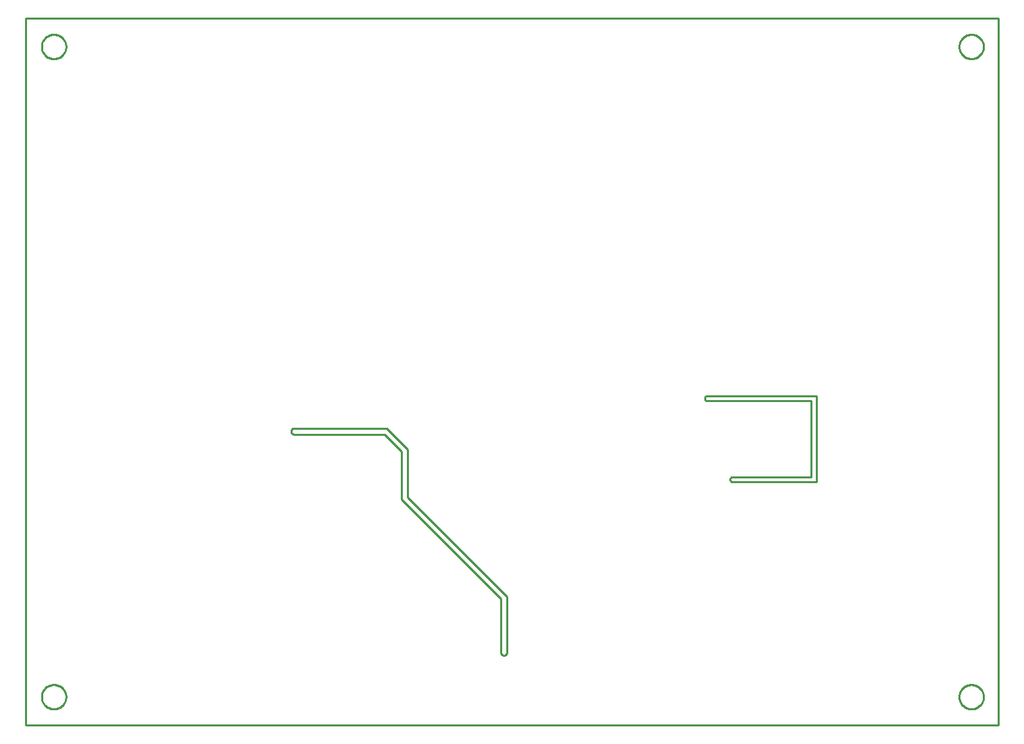
<source format=gbr>
G04 EAGLE Gerber RS-274X export*
G75*
%MOMM*%
%FSLAX34Y34*%
%LPD*%
%IN*%
%IPPOS*%
%AMOC8*
5,1,8,0,0,1.08239X$1,22.5*%
G01*
%ADD10C,0.254000*%


D10*
X0Y0D02*
X1219000Y0D01*
X1219000Y885700D01*
X0Y885700D01*
X0Y0D01*
X850900Y409575D02*
X850912Y409298D01*
X850948Y409024D01*
X851008Y408753D01*
X851091Y408489D01*
X851197Y408233D01*
X851325Y407988D01*
X851474Y407754D01*
X851643Y407534D01*
X851830Y407330D01*
X852034Y407143D01*
X852254Y406974D01*
X852488Y406825D01*
X852733Y406697D01*
X852989Y406591D01*
X853253Y406508D01*
X853524Y406448D01*
X853798Y406412D01*
X854075Y406400D01*
X984250Y406400D01*
X984250Y311150D01*
X885825Y311150D01*
X885548Y311138D01*
X885274Y311102D01*
X885003Y311042D01*
X884739Y310959D01*
X884483Y310853D01*
X884238Y310725D01*
X884004Y310576D01*
X883784Y310407D01*
X883580Y310220D01*
X883393Y310016D01*
X883224Y309796D01*
X883075Y309563D01*
X882947Y309317D01*
X882841Y309061D01*
X882758Y308797D01*
X882698Y308526D01*
X882662Y308252D01*
X882650Y307975D01*
X882662Y307698D01*
X882698Y307424D01*
X882758Y307153D01*
X882841Y306889D01*
X882947Y306633D01*
X883075Y306388D01*
X883224Y306154D01*
X883393Y305934D01*
X883580Y305730D01*
X883784Y305543D01*
X884004Y305374D01*
X884238Y305225D01*
X884483Y305097D01*
X884739Y304991D01*
X885003Y304908D01*
X885274Y304848D01*
X885548Y304812D01*
X885825Y304800D01*
X990600Y304800D01*
X990600Y412750D01*
X854075Y412750D01*
X853798Y412738D01*
X853524Y412702D01*
X853253Y412642D01*
X852989Y412559D01*
X852733Y412453D01*
X852488Y412325D01*
X852254Y412176D01*
X852034Y412007D01*
X851830Y411820D01*
X851643Y411616D01*
X851474Y411396D01*
X851325Y411163D01*
X851197Y410917D01*
X851091Y410661D01*
X851008Y410397D01*
X850948Y410126D01*
X850912Y409852D01*
X850900Y409575D01*
X332740Y368300D02*
X332755Y367968D01*
X332798Y367638D01*
X332870Y367314D01*
X332970Y366997D01*
X333097Y366690D01*
X333250Y366395D01*
X333429Y366115D01*
X333631Y365851D01*
X333856Y365606D01*
X334101Y365381D01*
X334365Y365179D01*
X334645Y365000D01*
X334940Y364847D01*
X335247Y364720D01*
X335564Y364620D01*
X335888Y364548D01*
X336218Y364505D01*
X336550Y364490D01*
X449580Y364490D01*
X471170Y342900D01*
X471170Y283210D01*
X595630Y158750D01*
X595630Y91440D01*
X595645Y91108D01*
X595688Y90778D01*
X595760Y90454D01*
X595860Y90137D01*
X595987Y89830D01*
X596140Y89535D01*
X596319Y89255D01*
X596521Y88991D01*
X596746Y88746D01*
X596991Y88521D01*
X597255Y88319D01*
X597535Y88140D01*
X597830Y87987D01*
X598137Y87860D01*
X598454Y87760D01*
X598778Y87688D01*
X599108Y87645D01*
X599440Y87630D01*
X599772Y87645D01*
X600102Y87688D01*
X600426Y87760D01*
X600743Y87860D01*
X601050Y87987D01*
X601345Y88140D01*
X601625Y88319D01*
X601889Y88521D01*
X602134Y88746D01*
X602359Y88991D01*
X602561Y89255D01*
X602740Y89535D01*
X602893Y89830D01*
X603020Y90137D01*
X603120Y90454D01*
X603192Y90778D01*
X603236Y91108D01*
X603250Y91440D01*
X603250Y161290D01*
X478790Y285750D01*
X478790Y345440D01*
X452120Y372110D01*
X336550Y372110D01*
X336218Y372096D01*
X335888Y372052D01*
X335564Y371980D01*
X335247Y371880D01*
X334940Y371753D01*
X334645Y371600D01*
X334365Y371421D01*
X334101Y371219D01*
X333856Y370994D01*
X333631Y370749D01*
X333429Y370485D01*
X333250Y370205D01*
X333097Y369910D01*
X332970Y369603D01*
X332870Y369286D01*
X332798Y368962D01*
X332755Y368632D01*
X332740Y368300D01*
X50813Y849720D02*
X50813Y850810D01*
X50736Y851897D01*
X50580Y852975D01*
X50349Y854040D01*
X50042Y855085D01*
X49661Y856106D01*
X49209Y857097D01*
X48686Y858053D01*
X48097Y858970D01*
X47444Y859842D01*
X46731Y860665D01*
X45960Y861436D01*
X45137Y862149D01*
X44265Y862802D01*
X43348Y863391D01*
X42392Y863914D01*
X41401Y864366D01*
X40380Y864747D01*
X39335Y865054D01*
X38270Y865285D01*
X37192Y865441D01*
X36105Y865518D01*
X35015Y865518D01*
X33928Y865441D01*
X32850Y865285D01*
X31785Y865054D01*
X30740Y864747D01*
X29719Y864366D01*
X28728Y863914D01*
X27772Y863391D01*
X26855Y862802D01*
X25983Y862149D01*
X25160Y861436D01*
X24389Y860665D01*
X23676Y859842D01*
X23023Y858970D01*
X22434Y858053D01*
X21912Y857097D01*
X21459Y856106D01*
X21078Y855085D01*
X20771Y854040D01*
X20540Y852975D01*
X20385Y851897D01*
X20307Y850810D01*
X20307Y849720D01*
X20385Y848633D01*
X20540Y847555D01*
X20771Y846490D01*
X21078Y845445D01*
X21459Y844424D01*
X21912Y843433D01*
X22434Y842477D01*
X23023Y841560D01*
X23676Y840688D01*
X24389Y839865D01*
X25160Y839094D01*
X25983Y838381D01*
X26855Y837728D01*
X27772Y837139D01*
X28728Y836617D01*
X29719Y836164D01*
X30740Y835783D01*
X31785Y835476D01*
X32850Y835245D01*
X33928Y835090D01*
X35015Y835012D01*
X36105Y835012D01*
X37192Y835090D01*
X38270Y835245D01*
X39335Y835476D01*
X40380Y835783D01*
X41401Y836164D01*
X42392Y836617D01*
X43348Y837139D01*
X44265Y837728D01*
X45137Y838381D01*
X45960Y839094D01*
X46731Y839865D01*
X47444Y840688D01*
X48097Y841560D01*
X48686Y842477D01*
X49209Y843433D01*
X49661Y844424D01*
X50042Y845445D01*
X50349Y846490D01*
X50580Y847555D01*
X50736Y848633D01*
X50813Y849720D01*
X50813Y35015D02*
X50813Y36105D01*
X50736Y37192D01*
X50580Y38270D01*
X50349Y39335D01*
X50042Y40380D01*
X49661Y41401D01*
X49209Y42392D01*
X48686Y43348D01*
X48097Y44265D01*
X47444Y45137D01*
X46731Y45960D01*
X45960Y46731D01*
X45137Y47444D01*
X44265Y48097D01*
X43348Y48686D01*
X42392Y49209D01*
X41401Y49661D01*
X40380Y50042D01*
X39335Y50349D01*
X38270Y50580D01*
X37192Y50736D01*
X36105Y50813D01*
X35015Y50813D01*
X33928Y50736D01*
X32850Y50580D01*
X31785Y50349D01*
X30740Y50042D01*
X29719Y49661D01*
X28728Y49209D01*
X27772Y48686D01*
X26855Y48097D01*
X25983Y47444D01*
X25160Y46731D01*
X24389Y45960D01*
X23676Y45137D01*
X23023Y44265D01*
X22434Y43348D01*
X21912Y42392D01*
X21459Y41401D01*
X21078Y40380D01*
X20771Y39335D01*
X20540Y38270D01*
X20385Y37192D01*
X20307Y36105D01*
X20307Y35015D01*
X20385Y33928D01*
X20540Y32850D01*
X20771Y31785D01*
X21078Y30740D01*
X21459Y29719D01*
X21912Y28728D01*
X22434Y27772D01*
X23023Y26855D01*
X23676Y25983D01*
X24389Y25160D01*
X25160Y24389D01*
X25983Y23676D01*
X26855Y23023D01*
X27772Y22434D01*
X28728Y21912D01*
X29719Y21459D01*
X30740Y21078D01*
X31785Y20771D01*
X32850Y20540D01*
X33928Y20385D01*
X35015Y20307D01*
X36105Y20307D01*
X37192Y20385D01*
X38270Y20540D01*
X39335Y20771D01*
X40380Y21078D01*
X41401Y21459D01*
X42392Y21912D01*
X43348Y22434D01*
X44265Y23023D01*
X45137Y23676D01*
X45960Y24389D01*
X46731Y25160D01*
X47444Y25983D01*
X48097Y26855D01*
X48686Y27772D01*
X49209Y28728D01*
X49661Y29719D01*
X50042Y30740D01*
X50349Y31785D01*
X50580Y32850D01*
X50736Y33928D01*
X50813Y35015D01*
X1200163Y35015D02*
X1200163Y36105D01*
X1200086Y37192D01*
X1199930Y38270D01*
X1199699Y39335D01*
X1199392Y40380D01*
X1199011Y41401D01*
X1198559Y42392D01*
X1198036Y43348D01*
X1197447Y44265D01*
X1196794Y45137D01*
X1196081Y45960D01*
X1195310Y46731D01*
X1194487Y47444D01*
X1193615Y48097D01*
X1192698Y48686D01*
X1191742Y49209D01*
X1190751Y49661D01*
X1189730Y50042D01*
X1188685Y50349D01*
X1187620Y50580D01*
X1186542Y50736D01*
X1185455Y50813D01*
X1184365Y50813D01*
X1183278Y50736D01*
X1182200Y50580D01*
X1181135Y50349D01*
X1180090Y50042D01*
X1179069Y49661D01*
X1178078Y49209D01*
X1177122Y48686D01*
X1176205Y48097D01*
X1175333Y47444D01*
X1174510Y46731D01*
X1173739Y45960D01*
X1173026Y45137D01*
X1172373Y44265D01*
X1171784Y43348D01*
X1171262Y42392D01*
X1170809Y41401D01*
X1170428Y40380D01*
X1170121Y39335D01*
X1169890Y38270D01*
X1169735Y37192D01*
X1169657Y36105D01*
X1169657Y35015D01*
X1169735Y33928D01*
X1169890Y32850D01*
X1170121Y31785D01*
X1170428Y30740D01*
X1170809Y29719D01*
X1171262Y28728D01*
X1171784Y27772D01*
X1172373Y26855D01*
X1173026Y25983D01*
X1173739Y25160D01*
X1174510Y24389D01*
X1175333Y23676D01*
X1176205Y23023D01*
X1177122Y22434D01*
X1178078Y21912D01*
X1179069Y21459D01*
X1180090Y21078D01*
X1181135Y20771D01*
X1182200Y20540D01*
X1183278Y20385D01*
X1184365Y20307D01*
X1185455Y20307D01*
X1186542Y20385D01*
X1187620Y20540D01*
X1188685Y20771D01*
X1189730Y21078D01*
X1190751Y21459D01*
X1191742Y21912D01*
X1192698Y22434D01*
X1193615Y23023D01*
X1194487Y23676D01*
X1195310Y24389D01*
X1196081Y25160D01*
X1196794Y25983D01*
X1197447Y26855D01*
X1198036Y27772D01*
X1198559Y28728D01*
X1199011Y29719D01*
X1199392Y30740D01*
X1199699Y31785D01*
X1199930Y32850D01*
X1200086Y33928D01*
X1200163Y35015D01*
X1200163Y849720D02*
X1200163Y850810D01*
X1200086Y851897D01*
X1199930Y852975D01*
X1199699Y854040D01*
X1199392Y855085D01*
X1199011Y856106D01*
X1198559Y857097D01*
X1198036Y858053D01*
X1197447Y858970D01*
X1196794Y859842D01*
X1196081Y860665D01*
X1195310Y861436D01*
X1194487Y862149D01*
X1193615Y862802D01*
X1192698Y863391D01*
X1191742Y863914D01*
X1190751Y864366D01*
X1189730Y864747D01*
X1188685Y865054D01*
X1187620Y865285D01*
X1186542Y865441D01*
X1185455Y865518D01*
X1184365Y865518D01*
X1183278Y865441D01*
X1182200Y865285D01*
X1181135Y865054D01*
X1180090Y864747D01*
X1179069Y864366D01*
X1178078Y863914D01*
X1177122Y863391D01*
X1176205Y862802D01*
X1175333Y862149D01*
X1174510Y861436D01*
X1173739Y860665D01*
X1173026Y859842D01*
X1172373Y858970D01*
X1171784Y858053D01*
X1171262Y857097D01*
X1170809Y856106D01*
X1170428Y855085D01*
X1170121Y854040D01*
X1169890Y852975D01*
X1169735Y851897D01*
X1169657Y850810D01*
X1169657Y849720D01*
X1169735Y848633D01*
X1169890Y847555D01*
X1170121Y846490D01*
X1170428Y845445D01*
X1170809Y844424D01*
X1171262Y843433D01*
X1171784Y842477D01*
X1172373Y841560D01*
X1173026Y840688D01*
X1173739Y839865D01*
X1174510Y839094D01*
X1175333Y838381D01*
X1176205Y837728D01*
X1177122Y837139D01*
X1178078Y836617D01*
X1179069Y836164D01*
X1180090Y835783D01*
X1181135Y835476D01*
X1182200Y835245D01*
X1183278Y835090D01*
X1184365Y835012D01*
X1185455Y835012D01*
X1186542Y835090D01*
X1187620Y835245D01*
X1188685Y835476D01*
X1189730Y835783D01*
X1190751Y836164D01*
X1191742Y836617D01*
X1192698Y837139D01*
X1193615Y837728D01*
X1194487Y838381D01*
X1195310Y839094D01*
X1196081Y839865D01*
X1196794Y840688D01*
X1197447Y841560D01*
X1198036Y842477D01*
X1198559Y843433D01*
X1199011Y844424D01*
X1199392Y845445D01*
X1199699Y846490D01*
X1199930Y847555D01*
X1200086Y848633D01*
X1200163Y849720D01*
M02*

</source>
